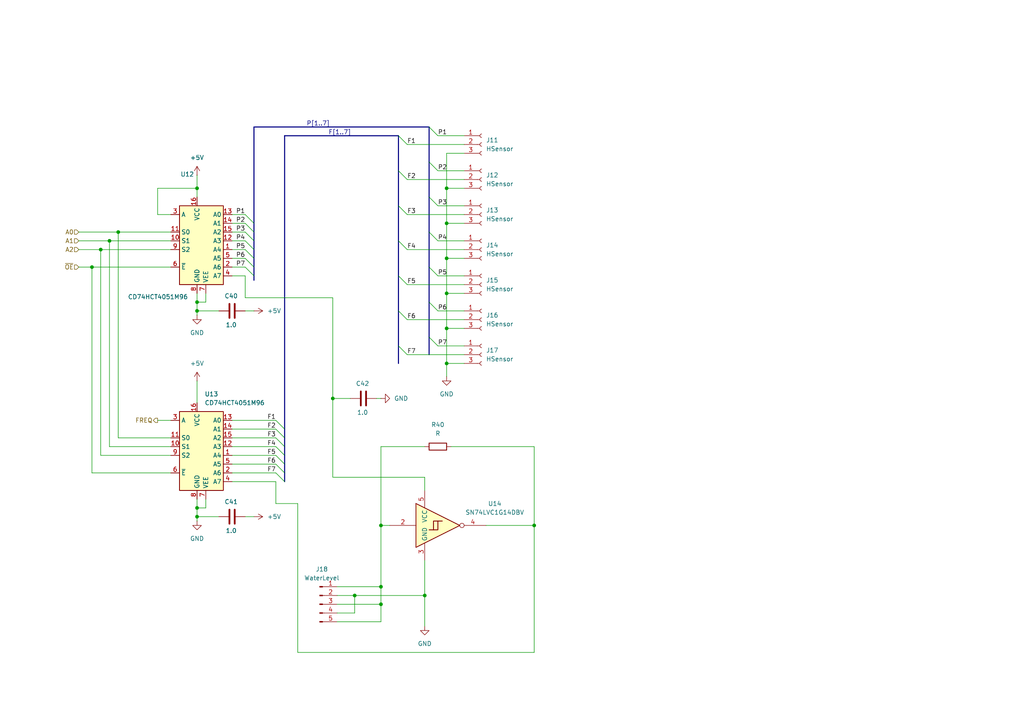
<source format=kicad_sch>
(kicad_sch (version 20231120) (generator "eeschema") (generator_version "8.0")
  (paper "A4")
  (title_block (title "Humidity sensors interface") (company "RoboWay"))
  (lib_symbols
    (symbol "74xGxx:SN74LVC1G14DBV"
      (property "Reference" "U" (at 0 3.81 0))
      (property "Value" "SN74LVC1G14DBV" (at 0 -3.81 0))
      (symbol "SN74LVC1G14DBV_0_1"
        (polyline (pts (xy -7.62 6.35) (xy -7.62 -6.35) (xy 5.08 0) (xy -7.62 6.35)) (stroke (width 0.254)) (fill (type background)))
      )
      (symbol "SN74LVC1G14DBV_1_1"
        (polyline (pts (xy -3.81 -1.27) (xy -1.27 -1.27) (xy -1.27 1.27)) (stroke (width 0.254)))
        (polyline (pts (xy -2.54 -1.27) (xy -2.54 1.27) (xy 0 1.27)) (stroke (width 0.254)))
        (pin no_connect line (at -7.62 5.08 180) (length 5.08) hide (name "NC") (number "1"))
        (pin input line (at -15.24 0 0) (length 7.62) (name "~") (number "2"))
        (pin power_in line (at -5.08 -10.16 90) (length 5.08) (name "GND") (number "3"))
        (pin output inverted (at 12.7 0 180) (length 7.62) (name "~") (number "4"))
        (pin power_in line (at -5.08 10.16 270) (length 5.08) (name "VCC") (number "5"))
      )
    )
    (symbol "74xx:74HCT4051"
      (property "Reference" "U" (at -5.08 11.43 0))
      (property "Value" "74HCT4051" (at -7.62 -13.97 0))
      (symbol "74HCT4051_0_1"
        (rectangle (start -5.08 10.16) (end 7.62 -12.7) (stroke (width 0.254)) (fill (type background)))
      )
      (symbol "74HCT4051_1_1"
        (pin passive line (at 10.16 -2.54 180) (length 2.54) (name "A4") (number "1"))
        (pin input line (at -7.62 0 0) (length 2.54) (name "S1") (number "10"))
        (pin input line (at -7.62 2.54 0) (length 2.54) (name "S0") (number "11"))
        (pin passive line (at 10.16 0 180) (length 2.54) (name "A3") (number "12"))
        (pin passive line (at 10.16 7.62 180) (length 2.54) (name "A0") (number "13"))
        (pin passive line (at 10.16 5.08 180) (length 2.54) (name "A1") (number "14"))
        (pin passive line (at 10.16 2.54 180) (length 2.54) (name "A2") (number "15"))
        (pin power_in line (at 0 12.7 270) (length 2.54) (name "VCC") (number "16"))
        (pin passive line (at 10.16 -7.62 180) (length 2.54) (name "A6") (number "2"))
        (pin passive line (at -7.62 7.62 0) (length 2.54) (name "A") (number "3"))
        (pin passive line (at 10.16 -10.16 180) (length 2.54) (name "A7") (number "4"))
        (pin passive line (at 10.16 -5.08 180) (length 2.54) (name "A5") (number "5"))
        (pin input line (at -7.62 -7.62 0) (length 2.54) (name "~{E}") (number "6"))
        (pin power_in line (at 2.54 -15.24 90) (length 2.54) (name "VEE") (number "7"))
        (pin power_in line (at 0 -15.24 90) (length 2.54) (name "GND") (number "8"))
        (pin input line (at -7.62 -2.54 0) (length 2.54) (name "S2") (number "9"))
      )
    )
    (symbol "Connector:Conn_01x03_Socket" (pin_names (offset 1.016) hide)
      (property "Reference" "J" (at 0 5.08 0))
      (property "Value" "Conn_01x03_Socket" (at 0 -5.08 0))
      (symbol "Conn_01x03_Socket_1_1"
        (arc (start 0 -2.032) (mid -0.5058 -2.54) (end 0 -3.048) (stroke (width 0.1524)))
        (polyline (pts (xy -1.27 -2.54) (xy -0.508 -2.54)) (stroke (width 0.1524)))
        (polyline (pts (xy -1.27 0) (xy -0.508 0)) (stroke (width 0.1524)))
        (polyline (pts (xy -1.27 2.54) (xy -0.508 2.54)) (stroke (width 0.1524)))
        (arc (start 0 0.508) (mid -0.5058 0) (end 0 -0.508) (stroke (width 0.1524)))
        (arc (start 0 3.048) (mid -0.5058 2.54) (end 0 2.032) (stroke (width 0.1524)))
        (pin passive line (at -5.08 2.54 0) (length 3.81) (name "Pin_1") (number "1"))
        (pin passive line (at -5.08 0 0) (length 3.81) (name "Pin_2") (number "2"))
        (pin passive line (at -5.08 -2.54 0) (length 3.81) (name "Pin_3") (number "3"))
      )
    )
    (symbol "Connector:Conn_01x05_Pin" (pin_names (offset 1.016) hide)
      (property "Reference" "J" (at 0 7.62 0))
      (property "Value" "Conn_01x05_Pin" (at 0 -7.62 0))
      (symbol "Conn_01x05_Pin_1_1"
        (polyline (pts (xy 1.27 -5.08) (xy 0.8636 -5.08)) (stroke (width 0.1524)))
        (polyline (pts (xy 1.27 -2.54) (xy 0.8636 -2.54)) (stroke (width 0.1524)))
        (polyline (pts (xy 1.27 0) (xy 0.8636 0)) (stroke (width 0.1524)))
        (polyline (pts (xy 1.27 2.54) (xy 0.8636 2.54)) (stroke (width 0.1524)))
        (polyline (pts (xy 1.27 5.08) (xy 0.8636 5.08)) (stroke (width 0.1524)))
        (rectangle (start 0.8636 -4.953) (end 0 -5.207) (stroke (width 0.1524)) (fill (type outline)))
        (rectangle (start 0.8636 -2.413) (end 0 -2.667) (stroke (width 0.1524)) (fill (type outline)))
        (rectangle (start 0.8636 0.127) (end 0 -0.127) (stroke (width 0.1524)) (fill (type outline)))
        (rectangle (start 0.8636 2.667) (end 0 2.413) (stroke (width 0.1524)) (fill (type outline)))
        (rectangle (start 0.8636 5.207) (end 0 4.953) (stroke (width 0.1524)) (fill (type outline)))
        (pin passive line (at 5.08 5.08 180) (length 3.81) (name "Pin_1") (number "1"))
        (pin passive line (at 5.08 2.54 180) (length 3.81) (name "Pin_2") (number "2"))
        (pin passive line (at 5.08 0 180) (length 3.81) (name "Pin_3") (number "3"))
        (pin passive line (at 5.08 -2.54 180) (length 3.81) (name "Pin_4") (number "4"))
        (pin passive line (at 5.08 -5.08 180) (length 3.81) (name "Pin_5") (number "5"))
      )
    )
    (symbol "Device:C" (pin_numbers hide) (pin_names (offset 0.254))
      (property "Reference" "C" (at 0.635 2.54 0))
      (property "Value" "C" (at 0.635 -2.54 0))
      (symbol "C_0_1"
        (polyline (pts (xy -2.032 -0.762) (xy 2.032 -0.762)) (stroke (width 0.508)))
        (polyline (pts (xy -2.032 0.762) (xy 2.032 0.762)) (stroke (width 0.508)))
      )
      (symbol "C_1_1"
        (pin passive line (at 0 3.81 270) (length 2.794) (name "~") (number "1"))
        (pin passive line (at 0 -3.81 90) (length 2.794) (name "~") (number "2"))
      )
    )
    (symbol "Device:R" (pin_numbers hide) (pin_names (offset 0))
      (property "Reference" "R" (at 2.032 0 90))
      (property "Value" "R" (at 0 0 90))
      (symbol "R_0_1"
        (rectangle (start -1.016 -2.54) (end 1.016 2.54) (stroke (width 0.254)))
      )
      (symbol "R_1_1"
        (pin passive line (at 0 3.81 270) (length 1.27) (name "~") (number "1"))
        (pin passive line (at 0 -3.81 90) (length 1.27) (name "~") (number "2"))
      )
    )
    (symbol "power:+5V" (power) (pin_numbers hide) (pin_names (offset 0) hide)
      (property "Value" "+5V" (at 0 3.556 0))
      (symbol "+5V_0_1"
        (polyline (pts (xy -0.762 1.27) (xy 0 2.54)))
        (polyline (pts (xy 0 0) (xy 0 2.54)))
        (polyline (pts (xy 0 2.54) (xy 0.762 1.27)))
      )
      (symbol "+5V_1_1"
        (pin power_in line (at 0 0 90) (length 0) (name "~") (number "1"))
      )
    )
    (symbol "power:GND" (power) (pin_numbers hide) (pin_names (offset 0) hide)
      (property "Value" "GND" (at 0 -3.81 0))
      (symbol "GND_0_1"
        (polyline (pts (xy 0 0) (xy 0 -1.27) (xy 1.27 -1.27) (xy 0 -2.54) (xy -1.27 -1.27) (xy 0 -1.27)))
      )
      (symbol "GND_1_1"
        (pin power_in line (at 0 0 270) (length 0) (name "~") (number "1"))
      )
    )
  )
  (junction (at 34.29 67.31))
  (junction (at 110.49 170.18))
  (junction (at 154.94 152.4))
  (junction (at 129.54 85.09))
  (junction (at 102.87 172.72))
  (junction (at 129.54 105.41))
  (junction (at 57.15 149.86))
  (junction (at 123.19 172.72))
  (junction (at 57.15 87.63))
  (junction (at 110.49 175.26))
  (junction (at 26.67 77.47))
  (junction (at 31.75 69.85))
  (junction (at 110.49 152.4))
  (junction (at 96.52 115.57))
  (junction (at 129.54 54.61))
  (junction (at 129.54 95.25))
  (junction (at 129.54 64.77))
  (junction (at 57.15 90.17))
  (junction (at 129.54 74.93))
  (junction (at 29.21 72.39))
  (junction (at 57.15 147.32))
  (junction (at 57.15 54.61))
  (bus_entry (at 115.57 80.01) (size 2.54 2.54))
  (bus_entry (at 124.46 67.31) (size 2.54 2.54))
  (bus_entry (at 71.12 77.47) (size 2.54 2.54))
  (bus_entry (at 80.01 129.54) (size 2.54 2.54))
  (bus_entry (at 71.12 74.93) (size 2.54 2.54))
  (bus_entry (at 115.57 100.33) (size 2.54 2.54))
  (bus_entry (at 124.46 77.47) (size 2.54 2.54))
  (bus_entry (at 80.01 127) (size 2.54 2.54))
  (bus_entry (at 80.01 132.08) (size 2.54 2.54))
  (bus_entry (at 124.46 97.79) (size 2.54 2.54))
  (bus_entry (at 71.12 64.77) (size 2.54 2.54))
  (bus_entry (at 124.46 57.15) (size 2.54 2.54))
  (bus_entry (at 124.46 87.63) (size 2.54 2.54))
  (bus_entry (at 115.57 59.69) (size 2.54 2.54))
  (bus_entry (at 80.01 121.92) (size 2.54 2.54))
  (bus_entry (at 115.57 49.53) (size 2.54 2.54))
  (bus_entry (at 115.57 39.37) (size 2.54 2.54))
  (bus_entry (at 115.57 90.17) (size 2.54 2.54))
  (bus_entry (at 71.12 72.39) (size 2.54 2.54))
  (bus_entry (at 71.12 69.85) (size 2.54 2.54))
  (bus_entry (at 80.01 124.46) (size 2.54 2.54))
  (bus_entry (at 71.12 62.23) (size 2.54 2.54))
  (bus_entry (at 80.01 137.16) (size 2.54 2.54))
  (bus_entry (at 71.12 67.31) (size 2.54 2.54))
  (bus_entry (at 115.57 69.85) (size 2.54 2.54))
  (bus_entry (at 124.46 36.83) (size 2.54 2.54))
  (bus_entry (at 80.01 134.62) (size 2.54 2.54))
  (bus_entry (at 124.46 46.99) (size 2.54 2.54))
  (wire (pts (xy 97.79 180.34) (xy 110.49 180.34)))
  (bus (pts (xy 82.55 132.08) (xy 82.55 129.54)))
  (wire (pts (xy 67.31 62.23) (xy 71.12 62.23)))
  (wire (pts (xy 127 80.01) (xy 134.62 80.01)))
  (bus (pts (xy 73.66 77.47) (xy 73.66 74.93)))
  (bus (pts (xy 124.46 67.31) (xy 124.46 77.47)))
  (wire (pts (xy 110.49 115.57) (xy 109.22 115.57)))
  (wire (pts (xy 57.15 149.86) (xy 63.5 149.86)))
  (wire (pts (xy 57.15 85.09) (xy 57.15 87.63)))
  (wire (pts (xy 31.75 129.54) (xy 49.53 129.54)))
  (wire (pts (xy 67.31 124.46) (xy 80.01 124.46)))
  (bus (pts (xy 73.66 64.77) (xy 73.66 36.83)))
  (wire (pts (xy 123.19 172.72) (xy 123.19 181.61)))
  (wire (pts (xy 127 100.33) (xy 134.62 100.33)))
  (bus (pts (xy 115.57 100.33) (xy 115.57 105.41)))
  (wire (pts (xy 80.01 146.05) (xy 86.36 146.05)))
  (wire (pts (xy 59.69 147.32) (xy 57.15 147.32)))
  (wire (pts (xy 127 59.69) (xy 134.62 59.69)))
  (wire (pts (xy 129.54 105.41) (xy 134.62 105.41)))
  (wire (pts (xy 57.15 87.63) (xy 57.15 90.17)))
  (wire (pts (xy 96.52 138.43) (xy 123.19 138.43)))
  (wire (pts (xy 59.69 144.78) (xy 59.69 147.32)))
  (wire (pts (xy 45.72 54.61) (xy 57.15 54.61)))
  (wire (pts (xy 134.62 44.45) (xy 129.54 44.45)))
  (wire (pts (xy 118.11 62.23) (xy 134.62 62.23)))
  (bus (pts (xy 115.57 90.17) (xy 115.57 100.33)))
  (wire (pts (xy 26.67 77.47) (xy 49.53 77.47)))
  (bus (pts (xy 124.46 77.47) (xy 124.46 87.63)))
  (wire (pts (xy 57.15 90.17) (xy 63.5 90.17)))
  (bus (pts (xy 82.55 139.7) (xy 82.55 137.16)))
  (wire (pts (xy 118.11 82.55) (xy 134.62 82.55)))
  (wire (pts (xy 22.86 72.39) (xy 29.21 72.39)))
  (bus (pts (xy 82.55 39.37) (xy 115.57 39.37)))
  (wire (pts (xy 129.54 95.25) (xy 129.54 105.41)))
  (wire (pts (xy 49.53 62.23) (xy 45.72 62.23)))
  (bus (pts (xy 124.46 57.15) (xy 124.46 67.31)))
  (wire (pts (xy 57.15 147.32) (xy 57.15 149.86)))
  (wire (pts (xy 97.79 170.18) (xy 110.49 170.18)))
  (bus (pts (xy 124.46 87.63) (xy 124.46 97.79)))
  (wire (pts (xy 127 39.37) (xy 134.62 39.37)))
  (wire (pts (xy 26.67 77.47) (xy 26.67 137.16)))
  (bus (pts (xy 73.66 72.39) (xy 73.66 69.85)))
  (bus (pts (xy 115.57 69.85) (xy 115.57 80.01)))
  (bus (pts (xy 82.55 129.54) (xy 82.55 127)))
  (wire (pts (xy 67.31 67.31) (xy 71.12 67.31)))
  (wire (pts (xy 129.54 85.09) (xy 134.62 85.09)))
  (bus (pts (xy 73.66 67.31) (xy 73.66 64.77)))
  (wire (pts (xy 29.21 72.39) (xy 49.53 72.39)))
  (wire (pts (xy 34.29 127) (xy 49.53 127)))
  (wire (pts (xy 59.69 87.63) (xy 57.15 87.63)))
  (wire (pts (xy 129.54 85.09) (xy 129.54 95.25)))
  (wire (pts (xy 154.94 152.4) (xy 140.97 152.4)))
  (wire (pts (xy 26.67 137.16) (xy 49.53 137.16)))
  (wire (pts (xy 154.94 189.23) (xy 154.94 152.4)))
  (wire (pts (xy 129.54 64.77) (xy 134.62 64.77)))
  (bus (pts (xy 124.46 97.79) (xy 124.46 102.87)))
  (wire (pts (xy 118.11 41.91) (xy 134.62 41.91)))
  (wire (pts (xy 22.86 67.31) (xy 34.29 67.31)))
  (wire (pts (xy 67.31 69.85) (xy 71.12 69.85)))
  (wire (pts (xy 67.31 129.54) (xy 80.01 129.54)))
  (wire (pts (xy 110.49 170.18) (xy 110.49 152.4)))
  (wire (pts (xy 129.54 74.93) (xy 129.54 85.09)))
  (wire (pts (xy 123.19 138.43) (xy 123.19 142.24)))
  (wire (pts (xy 29.21 72.39) (xy 29.21 132.08)))
  (wire (pts (xy 127 49.53) (xy 134.62 49.53)))
  (wire (pts (xy 129.54 54.61) (xy 129.54 64.77)))
  (wire (pts (xy 118.11 92.71) (xy 134.62 92.71)))
  (bus (pts (xy 124.46 46.99) (xy 124.46 57.15)))
  (wire (pts (xy 129.54 95.25) (xy 134.62 95.25)))
  (wire (pts (xy 80.01 139.7) (xy 80.01 146.05)))
  (wire (pts (xy 67.31 72.39) (xy 71.12 72.39)))
  (bus (pts (xy 82.55 137.16) (xy 82.55 134.62)))
  (wire (pts (xy 22.86 69.85) (xy 31.75 69.85)))
  (wire (pts (xy 113.03 152.4) (xy 110.49 152.4)))
  (wire (pts (xy 71.12 86.36) (xy 96.52 86.36)))
  (bus (pts (xy 82.55 127) (xy 82.55 124.46)))
  (wire (pts (xy 127 90.17) (xy 134.62 90.17)))
  (wire (pts (xy 45.72 121.92) (xy 49.53 121.92)))
  (wire (pts (xy 67.31 137.16) (xy 80.01 137.16)))
  (wire (pts (xy 67.31 127) (xy 80.01 127)))
  (wire (pts (xy 57.15 144.78) (xy 57.15 147.32)))
  (wire (pts (xy 129.54 105.41) (xy 129.54 109.22)))
  (bus (pts (xy 124.46 36.83) (xy 124.46 46.99)))
  (wire (pts (xy 130.81 129.54) (xy 154.94 129.54)))
  (bus (pts (xy 82.55 124.46) (xy 82.55 39.37)))
  (wire (pts (xy 110.49 152.4) (xy 110.49 129.54)))
  (wire (pts (xy 29.21 132.08) (xy 49.53 132.08)))
  (wire (pts (xy 67.31 77.47) (xy 71.12 77.47)))
  (bus (pts (xy 115.57 39.37) (xy 115.57 49.53)))
  (wire (pts (xy 67.31 121.92) (xy 80.01 121.92)))
  (wire (pts (xy 102.87 172.72) (xy 97.79 172.72)))
  (wire (pts (xy 59.69 85.09) (xy 59.69 87.63)))
  (bus (pts (xy 82.55 134.62) (xy 82.55 132.08)))
  (wire (pts (xy 31.75 69.85) (xy 49.53 69.85)))
  (wire (pts (xy 34.29 67.31) (xy 49.53 67.31)))
  (bus (pts (xy 73.66 77.47) (xy 73.66 80.01)))
  (wire (pts (xy 57.15 90.17) (xy 57.15 91.44)))
  (wire (pts (xy 31.75 69.85) (xy 31.75 129.54)))
  (bus (pts (xy 73.66 80.01) (xy 73.66 81.28)))
  (wire (pts (xy 102.87 177.8) (xy 102.87 172.72)))
  (wire (pts (xy 71.12 149.86) (xy 73.66 149.86)))
  (wire (pts (xy 67.31 64.77) (xy 71.12 64.77)))
  (wire (pts (xy 71.12 80.01) (xy 71.12 86.36)))
  (wire (pts (xy 129.54 44.45) (xy 129.54 54.61)))
  (bus (pts (xy 115.57 59.69) (xy 115.57 69.85)))
  (wire (pts (xy 154.94 129.54) (xy 154.94 152.4)))
  (wire (pts (xy 110.49 129.54) (xy 123.19 129.54)))
  (wire (pts (xy 129.54 64.77) (xy 129.54 74.93)))
  (wire (pts (xy 67.31 132.08) (xy 80.01 132.08)))
  (wire (pts (xy 96.52 115.57) (xy 101.6 115.57)))
  (wire (pts (xy 67.31 74.93) (xy 71.12 74.93)))
  (wire (pts (xy 123.19 162.56) (xy 123.19 172.72)))
  (wire (pts (xy 102.87 172.72) (xy 123.19 172.72)))
  (wire (pts (xy 118.11 102.87) (xy 134.62 102.87)))
  (wire (pts (xy 129.54 54.61) (xy 134.62 54.61)))
  (wire (pts (xy 34.29 67.31) (xy 34.29 127)))
  (wire (pts (xy 97.79 177.8) (xy 102.87 177.8)))
  (wire (pts (xy 86.36 189.23) (xy 154.94 189.23)))
  (wire (pts (xy 57.15 110.49) (xy 57.15 116.84)))
  (wire (pts (xy 127 69.85) (xy 134.62 69.85)))
  (wire (pts (xy 118.11 72.39) (xy 134.62 72.39)))
  (wire (pts (xy 71.12 90.17) (xy 73.66 90.17)))
  (wire (pts (xy 67.31 139.7) (xy 80.01 139.7)))
  (wire (pts (xy 57.15 50.8) (xy 57.15 54.61)))
  (wire (pts (xy 129.54 74.93) (xy 134.62 74.93)))
  (wire (pts (xy 86.36 146.05) (xy 86.36 189.23)))
  (wire (pts (xy 67.31 80.01) (xy 71.12 80.01)))
  (bus (pts (xy 73.66 36.83) (xy 124.46 36.83)))
  (wire (pts (xy 57.15 149.86) (xy 57.15 151.13)))
  (bus (pts (xy 73.66 69.85) (xy 73.66 67.31)))
  (bus (pts (xy 73.66 74.93) (xy 73.66 72.39)))
  (wire (pts (xy 96.52 115.57) (xy 96.52 138.43)))
  (bus (pts (xy 115.57 80.01) (xy 115.57 90.17)))
  (wire (pts (xy 45.72 62.23) (xy 45.72 54.61)))
  (wire (pts (xy 57.15 54.61) (xy 57.15 57.15)))
  (wire (pts (xy 96.52 86.36) (xy 96.52 115.57)))
  (wire (pts (xy 110.49 175.26) (xy 110.49 170.18)))
  (wire (pts (xy 97.79 175.26) (xy 110.49 175.26)))
  (wire (pts (xy 118.11 52.07) (xy 134.62 52.07)))
  (wire (pts (xy 110.49 180.34) (xy 110.49 175.26)))
  (wire (pts (xy 67.31 134.62) (xy 80.01 134.62)))
  (bus (pts (xy 115.57 49.53) (xy 115.57 59.69)))
  (wire (pts (xy 22.86 77.47) (xy 26.67 77.47)))
  (label "F3" (at 80.01 127 180))
  (label "P3" (at 71.12 67.31 180))
  (label "P[1..7]" (at 88.9 36.83 0))
  (label "P5" (at 127 80.01 0))
  (label "P6" (at 127 90.17 0))
  (label "F5" (at 118.11 82.55 0))
  (label "P2" (at 127 49.53 0))
  (label "F6" (at 80.01 134.62 180))
  (label "F7" (at 118.11 102.87 0))
  (label "P6" (at 71.12 74.93 180))
  (label "P1" (at 71.12 62.23 180))
  (label "F6" (at 118.11 92.71 0))
  (label "F2" (at 118.11 52.07 0))
  (label "P4" (at 71.12 69.85 180))
  (label "F1" (at 80.01 121.92 180))
  (label "P2" (at 71.12 64.77 180))
  (label "F4" (at 80.01 129.54 180))
  (label "F3" (at 118.11 62.23 0))
  (label "F4" (at 118.11 72.39 0))
  (label "F7" (at 80.01 137.16 180))
  (label "P4" (at 127 69.85 0))
  (label "F5" (at 80.01 132.08 180))
  (label "P1" (at 127 39.37 0))
  (label "F[1..7]" (at 95.25 39.37 0))
  (label "P3" (at 127 59.69 0))
  (label "P7" (at 71.12 77.47 180))
  (label "F2" (at 80.01 124.46 180))
  (label "F1" (at 118.11 41.91 0))
  (label "P5" (at 71.12 72.39 180))
  (label "P7" (at 127 100.33 0))
  (hierarchical_label "A2" (shape input) (at 22.86 72.39 180))
  (hierarchical_label "~{OE}" (shape input) (at 22.86 77.47 180))
  (hierarchical_label "A0" (shape input) (at 22.86 67.31 180))
  (hierarchical_label "FREQ" (shape output) (at 45.72 121.92 180))
  (hierarchical_label "A1" (shape input) (at 22.86 69.85 180))
  (symbol (lib_id "power:+5V") (at 73.66 149.86 270) (unit 1)
    (property "Reference" "#PWR0107" (effects (hide yes)))
    (property "Value" "+5V" (at 77.47 149.8599 90) (effects (justify left)))
    (property "Description" "Power symbol creates a global label with name \"+5V\"" (effects (hide yes)))
  )
  (symbol (lib_id "Connector:Conn_01x03_Socket") (at 139.7 52.07 0) (unit 1)
    (property "Reference" "J12" (at 140.97 50.7999 0) (effects (justify left)))
    (property "Value" "HSensor" (at 140.97 53.3399 0) (effects (justify left)))
    (property "Description" "Generic connector, single row, 01x03, script generated" (effects (hide yes)))
  )
  (symbol (lib_id "Connector:Conn_01x03_Socket") (at 139.7 92.71 0) (unit 1)
    (property "Reference" "J16" (at 140.97 91.4399 0) (effects (justify left)))
    (property "Value" "HSensor" (at 140.97 93.9799 0) (effects (justify left)))
    (property "Description" "Generic connector, single row, 01x03, script generated" (effects (hide yes)))
  )
  (symbol (lib_id "Device:C") (at 105.41 115.57 90) (unit 1)
    (property "Reference" "C42" (at 105.156 111.252 90))
    (property "Value" "1.0" (at 105.156 119.634 90))
    (property "Description" "Unpolarized capacitor" (effects (hide yes)))
  )
  (symbol (lib_id "power:GND") (at 129.54 109.22 0) (unit 1)
    (property "Reference" "#PWR0108" (effects (hide yes)))
    (property "Value" "GND" (at 129.54 114.3 0))
    (property "Description" "Power symbol creates a global label with name \"GND\" , ground" (effects (hide yes)))
  )
  (symbol (lib_id "Connector:Conn_01x05_Pin") (at 92.71 175.26 0) (unit 1)
    (property "Reference" "J18" (at 93.345 165.1 0))
    (property "Value" "WaterLevel" (at 93.345 167.64 0))
    (property "Description" "Generic connector, single row, 01x05, script generated" (effects (hide yes)))
  )
  (symbol (lib_id "Connector:Conn_01x03_Socket") (at 139.7 102.87 0) (unit 1)
    (property "Reference" "J17" (at 140.97 101.5999 0) (effects (justify left)))
    (property "Value" "HSensor" (at 140.97 104.1399 0) (effects (justify left)))
    (property "Description" "Generic connector, single row, 01x03, script generated" (effects (hide yes)))
  )
  (symbol (lib_id "power:GND") (at 57.15 151.13 0) (unit 1)
    (property "Reference" "#PWR0106" (effects (hide yes)))
    (property "Value" "GND" (at 57.15 156.21 0))
    (property "Description" "Power symbol creates a global label with name \"GND\" , ground" (effects (hide yes)))
  )
  (symbol (lib_id "74xx:74HCT4051") (at 57.15 69.85 0) (unit 1)
    (property "Reference" "U12" (at 52.324 50.546 0) (effects (justify left)))
    (property "Value" "CD74HCT4051M96" (at 37.084 86.106 0) (effects (justify left)))
    (property "Footprint" "easyeda2kicad:SOP-16_L10.0-W3.9-P1.27-LS6.0-BL" (effects (hide yes)))
    (property "Datasheet" "http://www.ti.com/lit/ds/symlink/cd74hct4051.pdf" (effects (hide yes)))
    (property "Description" "8-channel analog multiplexer/demultiplexer, DIP-16/SOIC-16/TSSOP-16" (effects (hide yes)))
    (property "LCSC Part" "C406862" (effects (hide yes)))
  )
  (symbol (lib_id "power:+5V") (at 73.66 90.17 270) (unit 1)
    (property "Reference" "#PWR0104" (effects (hide yes)))
    (property "Value" "+5V" (at 77.47 90.1699 90) (effects (justify left)))
    (property "Description" "Power symbol creates a global label with name \"+5V\"" (effects (hide yes)))
  )
  (symbol (lib_id "Device:C") (at 67.31 149.86 90) (unit 1)
    (property "Reference" "C41" (at 67.056 145.542 90))
    (property "Value" "1.0" (at 67.056 153.924 90))
    (property "Description" "Unpolarized capacitor" (effects (hide yes)))
  )
  (symbol (lib_id "Device:R") (at 127 129.54 90) (unit 1)
    (property "Reference" "R40" (at 127 123.19 90))
    (property "Value" "R" (at 127 125.73 90))
    (property "Description" "Resistor" (effects (hide yes)))
  )
  (symbol (lib_id "Connector:Conn_01x03_Socket") (at 139.7 82.55 0) (unit 1)
    (property "Reference" "J15" (at 140.97 81.2799 0) (effects (justify left)))
    (property "Value" "HSensor" (at 140.97 83.8199 0) (effects (justify left)))
    (property "Description" "Generic connector, single row, 01x03, script generated" (effects (hide yes)))
  )
  (symbol (lib_id "power:GND") (at 110.49 115.57 90) (unit 1)
    (property "Reference" "#PWR0110" (effects (hide yes)))
    (property "Value" "GND" (at 114.3 115.5699 90) (effects (justify right)))
    (property "Description" "Power symbol creates a global label with name \"GND\" , ground" (effects (hide yes)))
  )
  (symbol (lib_id "power:GND") (at 57.15 91.44 0) (unit 1)
    (property "Reference" "#PWR0103" (effects (hide yes)))
    (property "Value" "GND" (at 57.15 96.52 0))
    (property "Description" "Power symbol creates a global label with name \"GND\" , ground" (effects (hide yes)))
  )
  (symbol (lib_id "Connector:Conn_01x03_Socket") (at 139.7 41.91 0) (unit 1)
    (property "Reference" "J11" (at 140.97 40.6399 0) (effects (justify left)))
    (property "Value" "HSensor" (at 140.97 43.1799 0) (effects (justify left)))
    (property "Description" "Generic connector, single row, 01x03, script generated" (effects (hide yes)))
  )
  (symbol (lib_id "power:GND") (at 123.19 181.61 0) (unit 1)
    (property "Reference" "#PWR0109" (effects (hide yes)))
    (property "Value" "GND" (at 123.19 186.69 0))
    (property "Description" "Power symbol creates a global label with name \"GND\" , ground" (effects (hide yes)))
  )
  (symbol (lib_id "Connector:Conn_01x03_Socket") (at 139.7 62.23 0) (unit 1)
    (property "Reference" "J13" (at 140.97 60.9599 0) (effects (justify left)))
    (property "Value" "HSensor" (at 140.97 63.4999 0) (effects (justify left)))
    (property "Description" "Generic connector, single row, 01x03, script generated" (effects (hide yes)))
  )
  (symbol (lib_id "Connector:Conn_01x03_Socket") (at 139.7 72.39 0) (unit 1)
    (property "Reference" "J14" (at 140.97 71.1199 0) (effects (justify left)))
    (property "Value" "HSensor" (at 140.97 73.6599 0) (effects (justify left)))
    (property "Description" "Generic connector, single row, 01x03, script generated" (effects (hide yes)))
  )
  (symbol (lib_id "74xGxx:SN74LVC1G14DBV") (at 128.27 152.4 0) (unit 1)
    (property "Reference" "U14" (at 143.51 146.0814 0))
    (property "Value" "SN74LVC1G14DBV" (at 143.51 148.6214 0))
    (property "Footprint" "Package_TO_SOT_SMD:SOT-23-5" (effects (hide yes)))
    (property "Datasheet" "https://www.ti.com/lit/ds/symlink/sn74lvc1g14.pdf" (effects (hide yes)))
    (property "Description" "Single Schmitt NOT Gate, Low-Voltage CMOS, SOT-23" (effects (hide yes)))
  )
  (symbol (lib_id "power:+5V") (at 57.15 110.49 0) (unit 1)
    (property "Reference" "#PWR0105" (effects (hide yes)))
    (property "Value" "+5V" (at 57.15 105.41 0))
    (property "Description" "Power symbol creates a global label with name \"+5V\"" (effects (hide yes)))
  )
  (symbol (lib_id "power:+5V") (at 57.15 50.8 0) (unit 1)
    (property "Reference" "#PWR0102" (effects (hide yes)))
    (property "Value" "+5V" (at 57.15 45.72 0))
    (property "Description" "Power symbol creates a global label with name \"+5V\"" (effects (hide yes)))
  )
  (symbol (lib_id "Device:C") (at 67.31 90.17 90) (unit 1)
    (property "Reference" "C40" (at 67.056 85.852 90))
    (property "Value" "1.0" (at 67.056 94.234 90))
    (property "Description" "Unpolarized capacitor" (effects (hide yes)))
  )
  (symbol (lib_id "74xx:74HCT4051") (at 57.15 129.54 0) (unit 1)
    (property "Reference" "U13" (at 59.3441 114.3 0) (effects (justify left)))
    (property "Value" "CD74HCT4051M96" (at 59.3441 116.84 0) (effects (justify left)))
    (property "Footprint" "easyeda2kicad:SOP-16_L10.0-W3.9-P1.27-LS6.0-BL" (effects (hide yes)))
    (property "Datasheet" "http://www.ti.com/lit/ds/symlink/cd74hct4051.pdf" (effects (hide yes)))
    (property "Description" "8-channel analog multiplexer/demultiplexer, DIP-16/SOIC-16/TSSOP-16" (effects (hide yes)))
    (property "LCSC Part" "C406862" (effects (hide yes)))
  )
)
</source>
